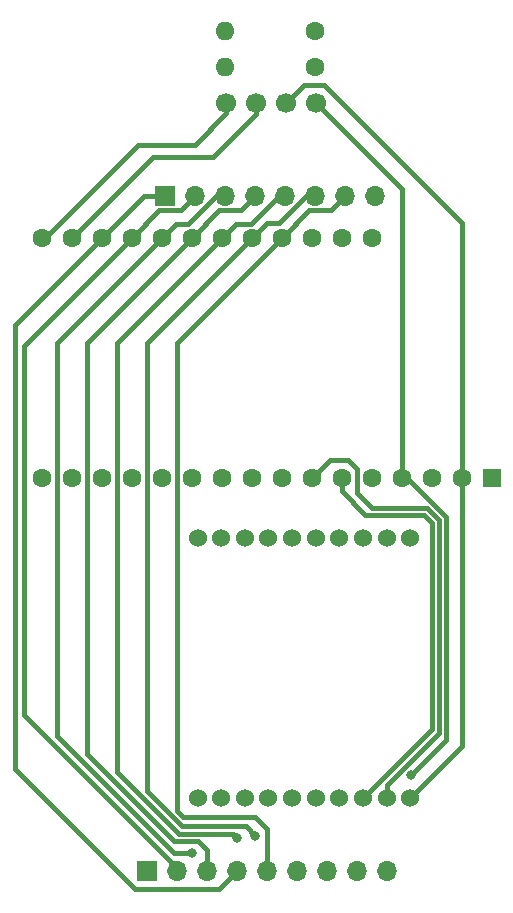
<source format=gbr>
%TF.GenerationSoftware,KiCad,Pcbnew,7.0.7*%
%TF.CreationDate,2023-09-01T04:26:36-04:00*%
%TF.ProjectId,Lora_Keypad2,4c6f7261-5f4b-4657-9970-6164322e6b69,v1*%
%TF.SameCoordinates,Original*%
%TF.FileFunction,Copper,L2,Bot*%
%TF.FilePolarity,Positive*%
%FSLAX46Y46*%
G04 Gerber Fmt 4.6, Leading zero omitted, Abs format (unit mm)*
G04 Created by KiCad (PCBNEW 7.0.7) date 2023-09-01 04:26:36*
%MOMM*%
%LPD*%
G01*
G04 APERTURE LIST*
%TA.AperFunction,ComponentPad*%
%ADD10C,1.700000*%
%TD*%
%TA.AperFunction,ComponentPad*%
%ADD11C,1.600000*%
%TD*%
%TA.AperFunction,ComponentPad*%
%ADD12O,1.600000X1.600000*%
%TD*%
%TA.AperFunction,ComponentPad*%
%ADD13R,1.700000X1.700000*%
%TD*%
%TA.AperFunction,ComponentPad*%
%ADD14O,1.700000X1.700000*%
%TD*%
%TA.AperFunction,ComponentPad*%
%ADD15C,1.524000*%
%TD*%
%TA.AperFunction,ComponentPad*%
%ADD16R,1.600000X1.600000*%
%TD*%
%TA.AperFunction,ViaPad*%
%ADD17C,0.800000*%
%TD*%
%TA.AperFunction,Conductor*%
%ADD18C,0.400000*%
%TD*%
G04 APERTURE END LIST*
D10*
%TO.P,J1,1,Pin_1*%
%TO.N,I2C_SDA*%
X195971000Y-63500000D03*
%TO.P,J1,2,Pin_2*%
%TO.N,I2C_SCL*%
X198471000Y-63500000D03*
%TO.P,J1,3,Pin_3*%
%TO.N,+3.3V*%
X201071000Y-63500000D03*
%TO.P,J1,4,Pin_4*%
%TO.N,GND*%
X203571000Y-63500000D03*
%TD*%
D11*
%TO.P,R3,1*%
%TO.N,+3.3V*%
X203454000Y-60452000D03*
D12*
%TO.P,R3,2*%
%TO.N,I2C_SCL*%
X195834000Y-60452000D03*
%TD*%
D11*
%TO.P,R4,1*%
%TO.N,+3.3V*%
X203454000Y-57404000D03*
D12*
%TO.P,R4,2*%
%TO.N,I2C_SDA*%
X195834000Y-57404000D03*
%TD*%
D13*
%TO.P,U1,A1,C1*%
%TO.N,C1*%
X190820000Y-71355000D03*
D14*
%TO.P,U1,A2,C2*%
%TO.N,C2*%
X193360000Y-71355000D03*
%TO.P,U1,A3,C3*%
%TO.N,C3*%
X195900000Y-71355000D03*
%TO.P,U1,A4,R1*%
%TO.N,R1*%
X198440000Y-71355000D03*
%TO.P,U1,A5,R2*%
%TO.N,R2*%
X200980000Y-71355000D03*
%TO.P,U1,A6,R3*%
%TO.N,R3*%
X203520000Y-71355000D03*
%TO.P,U1,A7,R4*%
%TO.N,R4*%
X206060000Y-71355000D03*
%TO.P,U1,A8,NC*%
%TO.N,unconnected-(U1-NC-PadA8)*%
X208600000Y-71355000D03*
D13*
%TO.P,U1,B1,NC*%
%TO.N,unconnected-(U1-NC-PadB1)*%
X189232500Y-128505000D03*
D14*
%TO.P,U1,B2,C2*%
%TO.N,C2*%
X191772500Y-128505000D03*
%TO.P,U1,B3,R1*%
%TO.N,R1*%
X194312500Y-128505000D03*
%TO.P,U1,B4,C1*%
%TO.N,C1*%
X196852500Y-128505000D03*
%TO.P,U1,B5,R4*%
%TO.N,R4*%
X199392500Y-128505000D03*
%TO.P,U1,B6,C3*%
%TO.N,C3*%
X201932500Y-128505000D03*
%TO.P,U1,B7,R3*%
%TO.N,R3*%
X204472500Y-128505000D03*
%TO.P,U1,B8,R2*%
%TO.N,R2*%
X207012500Y-128505000D03*
%TO.P,U1,B9,NC*%
%TO.N,unconnected-(U1-NC-PadB9)*%
X209552500Y-128505000D03*
%TD*%
D15*
%TO.P,A2,1,VCC*%
%TO.N,+3.3V*%
X211551520Y-122326400D03*
%TO.P,A2,2,DOUT/DIO13*%
%TO.N,RX*%
X209550000Y-122326400D03*
%TO.P,A2,3,DIN/~{CONFIG}/DIO14*%
%TO.N,TX*%
X207551020Y-122326400D03*
%TO.P,A2,4,DIO12/SPI_MISO*%
%TO.N,unconnected-(A2-DIO12{slash}SPI_MISO-Pad4)*%
X205549500Y-122326400D03*
%TO.P,A2,5,~{RESET}*%
%TO.N,unconnected-(A2-~{RESET}-Pad5)*%
X203550520Y-122326400D03*
%TO.P,A2,6,RSSI_PWM/DIO10*%
%TO.N,unconnected-(A2-RSSI_PWM{slash}DIO10-Pad6)*%
X201551540Y-122326400D03*
%TO.P,A2,7,PWM1/DIO11/I2C_SDA*%
%TO.N,unconnected-(A2-PWM1{slash}DIO11{slash}I2C_SDA-Pad7)*%
X199550020Y-122326400D03*
%TO.P,A2,8,NC*%
%TO.N,unconnected-(A2-NC-Pad8)*%
X197551040Y-122326400D03*
%TO.P,A2,9,~{DTR}/SLEEP_RQ/DIO8*%
%TO.N,unconnected-(A2-~{DTR}{slash}SLEEP_RQ{slash}DIO8-Pad9)*%
X195549520Y-122326400D03*
%TO.P,A2,10,GND*%
%TO.N,GND*%
X193550540Y-122326400D03*
%TO.P,A2,11,DIO4/SPI_MOSI*%
%TO.N,unconnected-(A2-DIO4{slash}SPI_MOSI-Pad11)*%
X193550540Y-100330000D03*
%TO.P,A2,12,~{CTS}/DIO7*%
%TO.N,unconnected-(A2-~{CTS}{slash}DIO7-Pad12)*%
X195549520Y-100330000D03*
%TO.P,A2,13,ON/~{SLEEP}/DIO9*%
%TO.N,unconnected-(A2-ON{slash}~{SLEEP}{slash}DIO9-Pad13)*%
X197551040Y-100330000D03*
%TO.P,A2,14,NC*%
%TO.N,unconnected-(A2-NC-Pad14)*%
X199550020Y-100330000D03*
%TO.P,A2,15,ASSOCIATE/DIO5*%
%TO.N,unconnected-(A2-ASSOCIATE{slash}DIO5-Pad15)*%
X201551540Y-100330000D03*
%TO.P,A2,16,~{RTS}/DIO6*%
%TO.N,unconnected-(A2-~{RTS}{slash}DIO6-Pad16)*%
X203550520Y-100330000D03*
%TO.P,A2,17,AD3/DIO3/SPI_~{SSEL}*%
%TO.N,unconnected-(A2-AD3{slash}DIO3{slash}SPI_~{SSEL}-Pad17)*%
X205549500Y-100330000D03*
%TO.P,A2,18,AD2/DIO2/SPI_CLK*%
%TO.N,unconnected-(A2-AD2{slash}DIO2{slash}SPI_CLK-Pad18)*%
X207551020Y-100330000D03*
%TO.P,A2,19,AD1/DIO1/SPI_~{ATTN}/I2C_SCL*%
%TO.N,unconnected-(A2-AD1{slash}DIO1{slash}SPI_~{ATTN}{slash}I2C_SCL-Pad19)*%
X209550000Y-100330000D03*
%TO.P,A2,20,AD0/DIO0*%
%TO.N,unconnected-(A2-AD0{slash}DIO0-Pad20)*%
X211551520Y-100330000D03*
%TD*%
D16*
%TO.P,A1,1,~{RESET}*%
%TO.N,unconnected-(A1-~{RESET}-Pad1)*%
X218440000Y-95250000D03*
D11*
%TO.P,A1,2,3V3*%
%TO.N,+3.3V*%
X215900000Y-95250000D03*
%TO.P,A1,3,AREF*%
%TO.N,unconnected-(A1-AREF-Pad3)*%
X213360000Y-95250000D03*
%TO.P,A1,4,GND*%
%TO.N,GND*%
X210820000Y-95250000D03*
%TO.P,A1,5,A0*%
%TO.N,unconnected-(A1-A0-Pad5)*%
X208280000Y-95250000D03*
%TO.P,A1,6,A1*%
%TO.N,TX*%
X205740000Y-95250000D03*
%TO.P,A1,7,A2*%
%TO.N,RX*%
X203200000Y-95250000D03*
%TO.P,A1,8,A3*%
%TO.N,unconnected-(A1-A3-Pad8)*%
X200660000Y-95250000D03*
%TO.P,A1,9,A4*%
%TO.N,unconnected-(A1-A4-Pad9)*%
X198120000Y-95250000D03*
%TO.P,A1,10,A5*%
%TO.N,unconnected-(A1-A5-Pad10)*%
X195580000Y-95250000D03*
%TO.P,A1,11,SCK*%
%TO.N,unconnected-(A1-SCK-Pad11)*%
X193040000Y-95250000D03*
%TO.P,A1,12,MOSI*%
%TO.N,unconnected-(A1-MOSI-Pad12)*%
X190500000Y-95250000D03*
%TO.P,A1,13,MISO*%
%TO.N,unconnected-(A1-MISO-Pad13)*%
X187960000Y-95250000D03*
%TO.P,A1,14,RX*%
%TO.N,unconnected-(A1-RX-Pad14)*%
X185420000Y-95250000D03*
%TO.P,A1,15,TX*%
%TO.N,unconnected-(A1-TX-Pad15)*%
X182880000Y-95250000D03*
%TO.P,A1,16,SPARE*%
%TO.N,unconnected-(A1-SPARE-Pad16)*%
X180340000Y-95250000D03*
%TO.P,A1,17,SDA*%
%TO.N,I2C_SDA*%
X180340000Y-74930000D03*
%TO.P,A1,18,SCL*%
%TO.N,I2C_SCL*%
X182880000Y-74930000D03*
%TO.P,A1,19,D0*%
%TO.N,C1*%
X185420000Y-74930000D03*
%TO.P,A1,20,D1*%
%TO.N,C2*%
X187960000Y-74930000D03*
%TO.P,A1,21,D2*%
%TO.N,C3*%
X190500000Y-74930000D03*
%TO.P,A1,22,D3*%
%TO.N,R1*%
X193040000Y-74930000D03*
%TO.P,A1,23,D4*%
%TO.N,R2*%
X195580000Y-74930000D03*
%TO.P,A1,24,D5*%
%TO.N,R3*%
X198120000Y-74930000D03*
%TO.P,A1,25,D6*%
%TO.N,R4*%
X200660000Y-74930000D03*
%TO.P,A1,26,USB*%
%TO.N,unconnected-(A1-USB-Pad26)*%
X203200000Y-74930000D03*
%TO.P,A1,27,EN*%
%TO.N,unconnected-(A1-EN-Pad27)*%
X205740000Y-74930000D03*
%TO.P,A1,28,VBAT*%
%TO.N,unconnected-(A1-VBAT-Pad28)*%
X208280000Y-74930000D03*
%TD*%
D17*
%TO.N,GND*%
X211582000Y-120396000D03*
%TO.N,C3*%
X193040000Y-126999996D03*
%TO.N,R2*%
X196850000Y-125730006D03*
%TO.N,R3*%
X198431686Y-125533686D03*
%TD*%
D18*
%TO.N,+3.3V*%
X204216000Y-61976000D02*
X202595000Y-61976000D01*
X215900000Y-117977920D02*
X211551520Y-122326400D01*
X215900000Y-95250000D02*
X215900000Y-73660000D01*
X202595000Y-61976000D02*
X201071000Y-63500000D01*
X215900000Y-73660000D02*
X204216000Y-61976000D01*
X215900000Y-95250000D02*
X215900000Y-117977920D01*
%TO.N,GND*%
X214560000Y-98562944D02*
X214560000Y-117418000D01*
X210820000Y-95250000D02*
X211247056Y-95250000D01*
X214560000Y-117418000D02*
X211582000Y-120396000D01*
X211247056Y-95250000D02*
X214560000Y-98562944D01*
X210820000Y-70749000D02*
X210820000Y-95250000D01*
X203571000Y-63500000D02*
X210820000Y-70749000D01*
%TO.N,I2C_SDA*%
X188472377Y-67056000D02*
X180598377Y-74930000D01*
X193294000Y-67056000D02*
X188472377Y-67056000D01*
X180598377Y-74930000D02*
X180340000Y-74930000D01*
X195971000Y-64379000D02*
X193294000Y-67056000D01*
X195971000Y-63500000D02*
X195971000Y-64379000D01*
%TO.N,I2C_SCL*%
X194818000Y-68072000D02*
X189738000Y-68072000D01*
X189738000Y-68072000D02*
X182880000Y-74930000D01*
X198471000Y-64419000D02*
X194818000Y-68072000D01*
X198471000Y-63500000D02*
X198471000Y-64419000D01*
%TO.N,TX*%
X207748630Y-98390000D02*
X212690000Y-98390000D01*
X212690000Y-98390000D02*
X213360000Y-99060000D01*
X213360000Y-116517420D02*
X207551020Y-122326400D01*
X205740000Y-95250000D02*
X205740000Y-96381370D01*
X205740000Y-96381370D02*
X207748630Y-98390000D01*
X213360000Y-99060000D02*
X213360000Y-116517420D01*
%TO.N,RX*%
X204724000Y-93726000D02*
X203200000Y-95250000D01*
X213960000Y-116838770D02*
X213960000Y-98811472D01*
X212938528Y-97790000D02*
X208280000Y-97790000D01*
X206248000Y-93726000D02*
X204724000Y-93726000D01*
X207010000Y-96520000D02*
X207010000Y-94488000D01*
X209550000Y-121248770D02*
X213960000Y-116838770D01*
X207010000Y-94488000D02*
X206248000Y-93726000D01*
X213960000Y-98811472D02*
X212938528Y-97790000D01*
X208280000Y-97790000D02*
X207010000Y-96520000D01*
X209550000Y-122326400D02*
X209550000Y-121248770D01*
%TO.N,C1*%
X190820000Y-71355000D02*
X188995000Y-71355000D01*
X195326000Y-130048000D02*
X196852500Y-128521500D01*
X188995000Y-71355000D02*
X185420000Y-74930000D01*
X178054000Y-82296000D02*
X178054000Y-119888000D01*
X185420000Y-74930000D02*
X178054000Y-82296000D01*
X196852500Y-128521500D02*
X196852500Y-128505000D01*
X178054000Y-119888000D02*
X188214000Y-130048000D01*
X188214000Y-130048000D02*
X195326000Y-130048000D01*
%TO.N,C2*%
X178816000Y-84074000D02*
X178816000Y-115305250D01*
X192110000Y-72605000D02*
X190285000Y-72605000D01*
X187960000Y-74930000D02*
X178816000Y-84074000D01*
X191772500Y-128261750D02*
X191772500Y-128505000D01*
X190285000Y-72605000D02*
X187960000Y-74930000D01*
X178816000Y-115305250D02*
X191772500Y-128261750D01*
X193360000Y-71355000D02*
X192110000Y-72605000D01*
%TO.N,C3*%
X195127767Y-71355000D02*
X192752767Y-73730000D01*
X190500000Y-74930000D02*
X181610000Y-83820000D01*
X191515996Y-126999996D02*
X193040000Y-126999996D01*
X181610000Y-117094000D02*
X191515996Y-126999996D01*
X181610000Y-83820000D02*
X181610000Y-117094000D01*
X195900000Y-71355000D02*
X195127767Y-71355000D01*
X192752767Y-73730000D02*
X191700000Y-73730000D01*
X191700000Y-73730000D02*
X190500000Y-74930000D01*
%TO.N,R1*%
X184150000Y-118618000D02*
X184150000Y-83820000D01*
X195365000Y-72605000D02*
X193040000Y-74930000D01*
X194312500Y-126748500D02*
X193548000Y-125984000D01*
X194312500Y-128505000D02*
X194312500Y-126748500D01*
X191516000Y-125984000D02*
X184150000Y-118618000D01*
X198440000Y-71355000D02*
X197190000Y-72605000D01*
X184150000Y-83820000D02*
X193040000Y-74930000D01*
X197190000Y-72605000D02*
X195365000Y-72605000D01*
X193548000Y-125984000D02*
X191516000Y-125984000D01*
%TO.N,R2*%
X191932000Y-125384000D02*
X196503994Y-125384000D01*
X200980000Y-71355000D02*
X200425000Y-71355000D01*
X186690000Y-83820000D02*
X186690000Y-120142000D01*
X195580000Y-74930000D02*
X186690000Y-83820000D01*
X200425000Y-71355000D02*
X198050000Y-73730000D01*
X198050000Y-73730000D02*
X196780000Y-73730000D01*
X196780000Y-73730000D02*
X195580000Y-74930000D01*
X186690000Y-120142000D02*
X191932000Y-125384000D01*
X196503994Y-125384000D02*
X196850000Y-125730006D01*
%TO.N,R3*%
X202747767Y-71355000D02*
X200442767Y-73660000D01*
X199390000Y-73660000D02*
X198120000Y-74930000D01*
X192197056Y-124714000D02*
X197612000Y-124714000D01*
X198120000Y-74930000D02*
X189230000Y-83820000D01*
X197612000Y-124714000D02*
X198431686Y-125533686D01*
X200442767Y-73660000D02*
X199390000Y-73660000D01*
X203520000Y-71355000D02*
X202747767Y-71355000D01*
X189230000Y-121746944D02*
X192197056Y-124714000D01*
X189230000Y-83820000D02*
X189230000Y-121746944D01*
%TO.N,R4*%
X202985000Y-72605000D02*
X200660000Y-74930000D01*
X191770000Y-83820000D02*
X191770000Y-123438416D01*
X192283584Y-123952000D02*
X198374000Y-123952000D01*
X206060000Y-71355000D02*
X204810000Y-72605000D01*
X198374000Y-123952000D02*
X199392500Y-124970500D01*
X204810000Y-72605000D02*
X202985000Y-72605000D01*
X200660000Y-74930000D02*
X191770000Y-83820000D01*
X191770000Y-123438416D02*
X192283584Y-123952000D01*
X199392500Y-124970500D02*
X199392500Y-128505000D01*
%TD*%
M02*

</source>
